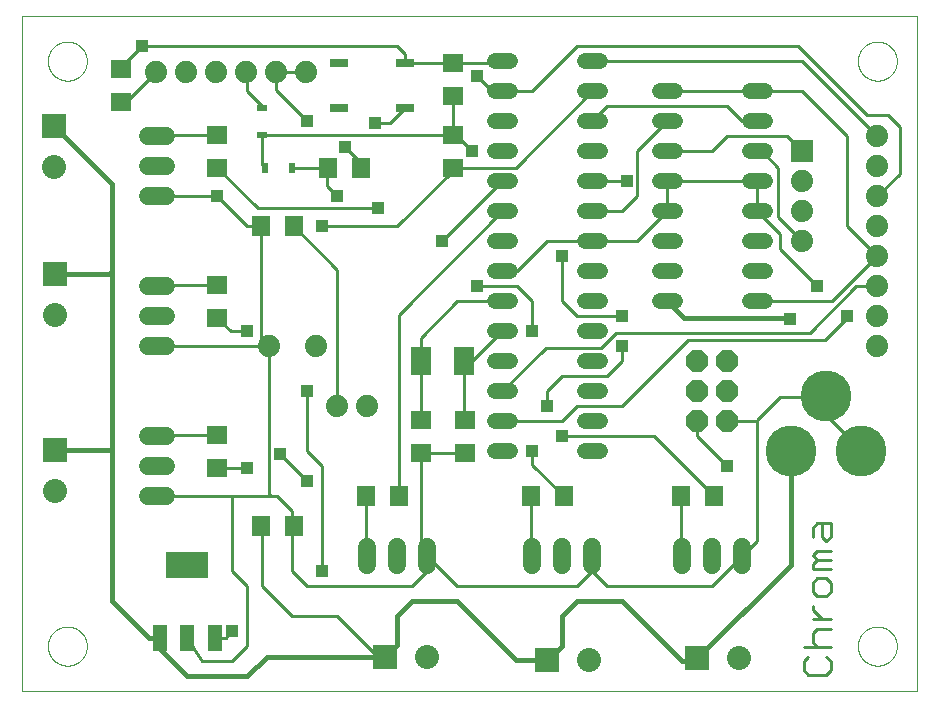
<source format=gtl>
G75*
%MOIN*%
%OFA0B0*%
%FSLAX25Y25*%
%IPPOS*%
%LPD*%
%AMOC8*
5,1,8,0,0,1.08239X$1,22.5*
%
%ADD10C,0.00000*%
%ADD11C,0.01000*%
%ADD12C,0.07400*%
%ADD13R,0.07087X0.06299*%
%ADD14R,0.06299X0.07087*%
%ADD15R,0.03268X0.02480*%
%ADD16R,0.02480X0.03268*%
%ADD17R,0.08000X0.08000*%
%ADD18C,0.08000*%
%ADD19C,0.17000*%
%ADD20R,0.07400X0.07400*%
%ADD21C,0.05200*%
%ADD22C,0.06000*%
%ADD23R,0.06000X0.03000*%
%ADD24OC8,0.07400*%
%ADD25R,0.04800X0.08800*%
%ADD26R,0.14173X0.08661*%
%ADD27R,0.06693X0.09449*%
%ADD28R,0.04356X0.04356*%
%ADD29C,0.01600*%
D10*
X0005073Y0005073D02*
X0005073Y0230034D01*
X0303274Y0230034D01*
X0303274Y0005073D01*
X0005073Y0005073D01*
X0013573Y0020073D02*
X0013575Y0020234D01*
X0013581Y0020394D01*
X0013591Y0020555D01*
X0013605Y0020715D01*
X0013623Y0020875D01*
X0013644Y0021034D01*
X0013670Y0021193D01*
X0013700Y0021351D01*
X0013733Y0021508D01*
X0013771Y0021665D01*
X0013812Y0021820D01*
X0013857Y0021974D01*
X0013906Y0022127D01*
X0013959Y0022279D01*
X0014015Y0022430D01*
X0014076Y0022579D01*
X0014139Y0022727D01*
X0014207Y0022873D01*
X0014278Y0023017D01*
X0014352Y0023159D01*
X0014430Y0023300D01*
X0014512Y0023438D01*
X0014597Y0023575D01*
X0014685Y0023709D01*
X0014777Y0023841D01*
X0014872Y0023971D01*
X0014970Y0024099D01*
X0015071Y0024224D01*
X0015175Y0024346D01*
X0015282Y0024466D01*
X0015392Y0024583D01*
X0015505Y0024698D01*
X0015621Y0024809D01*
X0015740Y0024918D01*
X0015861Y0025023D01*
X0015985Y0025126D01*
X0016111Y0025226D01*
X0016239Y0025322D01*
X0016370Y0025415D01*
X0016504Y0025505D01*
X0016639Y0025592D01*
X0016777Y0025675D01*
X0016916Y0025755D01*
X0017058Y0025831D01*
X0017201Y0025904D01*
X0017346Y0025973D01*
X0017493Y0026039D01*
X0017641Y0026101D01*
X0017791Y0026159D01*
X0017942Y0026214D01*
X0018095Y0026265D01*
X0018249Y0026312D01*
X0018404Y0026355D01*
X0018560Y0026394D01*
X0018716Y0026430D01*
X0018874Y0026461D01*
X0019032Y0026489D01*
X0019191Y0026513D01*
X0019351Y0026533D01*
X0019511Y0026549D01*
X0019671Y0026561D01*
X0019832Y0026569D01*
X0019993Y0026573D01*
X0020153Y0026573D01*
X0020314Y0026569D01*
X0020475Y0026561D01*
X0020635Y0026549D01*
X0020795Y0026533D01*
X0020955Y0026513D01*
X0021114Y0026489D01*
X0021272Y0026461D01*
X0021430Y0026430D01*
X0021586Y0026394D01*
X0021742Y0026355D01*
X0021897Y0026312D01*
X0022051Y0026265D01*
X0022204Y0026214D01*
X0022355Y0026159D01*
X0022505Y0026101D01*
X0022653Y0026039D01*
X0022800Y0025973D01*
X0022945Y0025904D01*
X0023088Y0025831D01*
X0023230Y0025755D01*
X0023369Y0025675D01*
X0023507Y0025592D01*
X0023642Y0025505D01*
X0023776Y0025415D01*
X0023907Y0025322D01*
X0024035Y0025226D01*
X0024161Y0025126D01*
X0024285Y0025023D01*
X0024406Y0024918D01*
X0024525Y0024809D01*
X0024641Y0024698D01*
X0024754Y0024583D01*
X0024864Y0024466D01*
X0024971Y0024346D01*
X0025075Y0024224D01*
X0025176Y0024099D01*
X0025274Y0023971D01*
X0025369Y0023841D01*
X0025461Y0023709D01*
X0025549Y0023575D01*
X0025634Y0023438D01*
X0025716Y0023300D01*
X0025794Y0023159D01*
X0025868Y0023017D01*
X0025939Y0022873D01*
X0026007Y0022727D01*
X0026070Y0022579D01*
X0026131Y0022430D01*
X0026187Y0022279D01*
X0026240Y0022127D01*
X0026289Y0021974D01*
X0026334Y0021820D01*
X0026375Y0021665D01*
X0026413Y0021508D01*
X0026446Y0021351D01*
X0026476Y0021193D01*
X0026502Y0021034D01*
X0026523Y0020875D01*
X0026541Y0020715D01*
X0026555Y0020555D01*
X0026565Y0020394D01*
X0026571Y0020234D01*
X0026573Y0020073D01*
X0026571Y0019912D01*
X0026565Y0019752D01*
X0026555Y0019591D01*
X0026541Y0019431D01*
X0026523Y0019271D01*
X0026502Y0019112D01*
X0026476Y0018953D01*
X0026446Y0018795D01*
X0026413Y0018638D01*
X0026375Y0018481D01*
X0026334Y0018326D01*
X0026289Y0018172D01*
X0026240Y0018019D01*
X0026187Y0017867D01*
X0026131Y0017716D01*
X0026070Y0017567D01*
X0026007Y0017419D01*
X0025939Y0017273D01*
X0025868Y0017129D01*
X0025794Y0016987D01*
X0025716Y0016846D01*
X0025634Y0016708D01*
X0025549Y0016571D01*
X0025461Y0016437D01*
X0025369Y0016305D01*
X0025274Y0016175D01*
X0025176Y0016047D01*
X0025075Y0015922D01*
X0024971Y0015800D01*
X0024864Y0015680D01*
X0024754Y0015563D01*
X0024641Y0015448D01*
X0024525Y0015337D01*
X0024406Y0015228D01*
X0024285Y0015123D01*
X0024161Y0015020D01*
X0024035Y0014920D01*
X0023907Y0014824D01*
X0023776Y0014731D01*
X0023642Y0014641D01*
X0023507Y0014554D01*
X0023369Y0014471D01*
X0023230Y0014391D01*
X0023088Y0014315D01*
X0022945Y0014242D01*
X0022800Y0014173D01*
X0022653Y0014107D01*
X0022505Y0014045D01*
X0022355Y0013987D01*
X0022204Y0013932D01*
X0022051Y0013881D01*
X0021897Y0013834D01*
X0021742Y0013791D01*
X0021586Y0013752D01*
X0021430Y0013716D01*
X0021272Y0013685D01*
X0021114Y0013657D01*
X0020955Y0013633D01*
X0020795Y0013613D01*
X0020635Y0013597D01*
X0020475Y0013585D01*
X0020314Y0013577D01*
X0020153Y0013573D01*
X0019993Y0013573D01*
X0019832Y0013577D01*
X0019671Y0013585D01*
X0019511Y0013597D01*
X0019351Y0013613D01*
X0019191Y0013633D01*
X0019032Y0013657D01*
X0018874Y0013685D01*
X0018716Y0013716D01*
X0018560Y0013752D01*
X0018404Y0013791D01*
X0018249Y0013834D01*
X0018095Y0013881D01*
X0017942Y0013932D01*
X0017791Y0013987D01*
X0017641Y0014045D01*
X0017493Y0014107D01*
X0017346Y0014173D01*
X0017201Y0014242D01*
X0017058Y0014315D01*
X0016916Y0014391D01*
X0016777Y0014471D01*
X0016639Y0014554D01*
X0016504Y0014641D01*
X0016370Y0014731D01*
X0016239Y0014824D01*
X0016111Y0014920D01*
X0015985Y0015020D01*
X0015861Y0015123D01*
X0015740Y0015228D01*
X0015621Y0015337D01*
X0015505Y0015448D01*
X0015392Y0015563D01*
X0015282Y0015680D01*
X0015175Y0015800D01*
X0015071Y0015922D01*
X0014970Y0016047D01*
X0014872Y0016175D01*
X0014777Y0016305D01*
X0014685Y0016437D01*
X0014597Y0016571D01*
X0014512Y0016708D01*
X0014430Y0016846D01*
X0014352Y0016987D01*
X0014278Y0017129D01*
X0014207Y0017273D01*
X0014139Y0017419D01*
X0014076Y0017567D01*
X0014015Y0017716D01*
X0013959Y0017867D01*
X0013906Y0018019D01*
X0013857Y0018172D01*
X0013812Y0018326D01*
X0013771Y0018481D01*
X0013733Y0018638D01*
X0013700Y0018795D01*
X0013670Y0018953D01*
X0013644Y0019112D01*
X0013623Y0019271D01*
X0013605Y0019431D01*
X0013591Y0019591D01*
X0013581Y0019752D01*
X0013575Y0019912D01*
X0013573Y0020073D01*
X0013573Y0215073D02*
X0013575Y0215234D01*
X0013581Y0215394D01*
X0013591Y0215555D01*
X0013605Y0215715D01*
X0013623Y0215875D01*
X0013644Y0216034D01*
X0013670Y0216193D01*
X0013700Y0216351D01*
X0013733Y0216508D01*
X0013771Y0216665D01*
X0013812Y0216820D01*
X0013857Y0216974D01*
X0013906Y0217127D01*
X0013959Y0217279D01*
X0014015Y0217430D01*
X0014076Y0217579D01*
X0014139Y0217727D01*
X0014207Y0217873D01*
X0014278Y0218017D01*
X0014352Y0218159D01*
X0014430Y0218300D01*
X0014512Y0218438D01*
X0014597Y0218575D01*
X0014685Y0218709D01*
X0014777Y0218841D01*
X0014872Y0218971D01*
X0014970Y0219099D01*
X0015071Y0219224D01*
X0015175Y0219346D01*
X0015282Y0219466D01*
X0015392Y0219583D01*
X0015505Y0219698D01*
X0015621Y0219809D01*
X0015740Y0219918D01*
X0015861Y0220023D01*
X0015985Y0220126D01*
X0016111Y0220226D01*
X0016239Y0220322D01*
X0016370Y0220415D01*
X0016504Y0220505D01*
X0016639Y0220592D01*
X0016777Y0220675D01*
X0016916Y0220755D01*
X0017058Y0220831D01*
X0017201Y0220904D01*
X0017346Y0220973D01*
X0017493Y0221039D01*
X0017641Y0221101D01*
X0017791Y0221159D01*
X0017942Y0221214D01*
X0018095Y0221265D01*
X0018249Y0221312D01*
X0018404Y0221355D01*
X0018560Y0221394D01*
X0018716Y0221430D01*
X0018874Y0221461D01*
X0019032Y0221489D01*
X0019191Y0221513D01*
X0019351Y0221533D01*
X0019511Y0221549D01*
X0019671Y0221561D01*
X0019832Y0221569D01*
X0019993Y0221573D01*
X0020153Y0221573D01*
X0020314Y0221569D01*
X0020475Y0221561D01*
X0020635Y0221549D01*
X0020795Y0221533D01*
X0020955Y0221513D01*
X0021114Y0221489D01*
X0021272Y0221461D01*
X0021430Y0221430D01*
X0021586Y0221394D01*
X0021742Y0221355D01*
X0021897Y0221312D01*
X0022051Y0221265D01*
X0022204Y0221214D01*
X0022355Y0221159D01*
X0022505Y0221101D01*
X0022653Y0221039D01*
X0022800Y0220973D01*
X0022945Y0220904D01*
X0023088Y0220831D01*
X0023230Y0220755D01*
X0023369Y0220675D01*
X0023507Y0220592D01*
X0023642Y0220505D01*
X0023776Y0220415D01*
X0023907Y0220322D01*
X0024035Y0220226D01*
X0024161Y0220126D01*
X0024285Y0220023D01*
X0024406Y0219918D01*
X0024525Y0219809D01*
X0024641Y0219698D01*
X0024754Y0219583D01*
X0024864Y0219466D01*
X0024971Y0219346D01*
X0025075Y0219224D01*
X0025176Y0219099D01*
X0025274Y0218971D01*
X0025369Y0218841D01*
X0025461Y0218709D01*
X0025549Y0218575D01*
X0025634Y0218438D01*
X0025716Y0218300D01*
X0025794Y0218159D01*
X0025868Y0218017D01*
X0025939Y0217873D01*
X0026007Y0217727D01*
X0026070Y0217579D01*
X0026131Y0217430D01*
X0026187Y0217279D01*
X0026240Y0217127D01*
X0026289Y0216974D01*
X0026334Y0216820D01*
X0026375Y0216665D01*
X0026413Y0216508D01*
X0026446Y0216351D01*
X0026476Y0216193D01*
X0026502Y0216034D01*
X0026523Y0215875D01*
X0026541Y0215715D01*
X0026555Y0215555D01*
X0026565Y0215394D01*
X0026571Y0215234D01*
X0026573Y0215073D01*
X0026571Y0214912D01*
X0026565Y0214752D01*
X0026555Y0214591D01*
X0026541Y0214431D01*
X0026523Y0214271D01*
X0026502Y0214112D01*
X0026476Y0213953D01*
X0026446Y0213795D01*
X0026413Y0213638D01*
X0026375Y0213481D01*
X0026334Y0213326D01*
X0026289Y0213172D01*
X0026240Y0213019D01*
X0026187Y0212867D01*
X0026131Y0212716D01*
X0026070Y0212567D01*
X0026007Y0212419D01*
X0025939Y0212273D01*
X0025868Y0212129D01*
X0025794Y0211987D01*
X0025716Y0211846D01*
X0025634Y0211708D01*
X0025549Y0211571D01*
X0025461Y0211437D01*
X0025369Y0211305D01*
X0025274Y0211175D01*
X0025176Y0211047D01*
X0025075Y0210922D01*
X0024971Y0210800D01*
X0024864Y0210680D01*
X0024754Y0210563D01*
X0024641Y0210448D01*
X0024525Y0210337D01*
X0024406Y0210228D01*
X0024285Y0210123D01*
X0024161Y0210020D01*
X0024035Y0209920D01*
X0023907Y0209824D01*
X0023776Y0209731D01*
X0023642Y0209641D01*
X0023507Y0209554D01*
X0023369Y0209471D01*
X0023230Y0209391D01*
X0023088Y0209315D01*
X0022945Y0209242D01*
X0022800Y0209173D01*
X0022653Y0209107D01*
X0022505Y0209045D01*
X0022355Y0208987D01*
X0022204Y0208932D01*
X0022051Y0208881D01*
X0021897Y0208834D01*
X0021742Y0208791D01*
X0021586Y0208752D01*
X0021430Y0208716D01*
X0021272Y0208685D01*
X0021114Y0208657D01*
X0020955Y0208633D01*
X0020795Y0208613D01*
X0020635Y0208597D01*
X0020475Y0208585D01*
X0020314Y0208577D01*
X0020153Y0208573D01*
X0019993Y0208573D01*
X0019832Y0208577D01*
X0019671Y0208585D01*
X0019511Y0208597D01*
X0019351Y0208613D01*
X0019191Y0208633D01*
X0019032Y0208657D01*
X0018874Y0208685D01*
X0018716Y0208716D01*
X0018560Y0208752D01*
X0018404Y0208791D01*
X0018249Y0208834D01*
X0018095Y0208881D01*
X0017942Y0208932D01*
X0017791Y0208987D01*
X0017641Y0209045D01*
X0017493Y0209107D01*
X0017346Y0209173D01*
X0017201Y0209242D01*
X0017058Y0209315D01*
X0016916Y0209391D01*
X0016777Y0209471D01*
X0016639Y0209554D01*
X0016504Y0209641D01*
X0016370Y0209731D01*
X0016239Y0209824D01*
X0016111Y0209920D01*
X0015985Y0210020D01*
X0015861Y0210123D01*
X0015740Y0210228D01*
X0015621Y0210337D01*
X0015505Y0210448D01*
X0015392Y0210563D01*
X0015282Y0210680D01*
X0015175Y0210800D01*
X0015071Y0210922D01*
X0014970Y0211047D01*
X0014872Y0211175D01*
X0014777Y0211305D01*
X0014685Y0211437D01*
X0014597Y0211571D01*
X0014512Y0211708D01*
X0014430Y0211846D01*
X0014352Y0211987D01*
X0014278Y0212129D01*
X0014207Y0212273D01*
X0014139Y0212419D01*
X0014076Y0212567D01*
X0014015Y0212716D01*
X0013959Y0212867D01*
X0013906Y0213019D01*
X0013857Y0213172D01*
X0013812Y0213326D01*
X0013771Y0213481D01*
X0013733Y0213638D01*
X0013700Y0213795D01*
X0013670Y0213953D01*
X0013644Y0214112D01*
X0013623Y0214271D01*
X0013605Y0214431D01*
X0013591Y0214591D01*
X0013581Y0214752D01*
X0013575Y0214912D01*
X0013573Y0215073D01*
X0283573Y0215073D02*
X0283575Y0215234D01*
X0283581Y0215394D01*
X0283591Y0215555D01*
X0283605Y0215715D01*
X0283623Y0215875D01*
X0283644Y0216034D01*
X0283670Y0216193D01*
X0283700Y0216351D01*
X0283733Y0216508D01*
X0283771Y0216665D01*
X0283812Y0216820D01*
X0283857Y0216974D01*
X0283906Y0217127D01*
X0283959Y0217279D01*
X0284015Y0217430D01*
X0284076Y0217579D01*
X0284139Y0217727D01*
X0284207Y0217873D01*
X0284278Y0218017D01*
X0284352Y0218159D01*
X0284430Y0218300D01*
X0284512Y0218438D01*
X0284597Y0218575D01*
X0284685Y0218709D01*
X0284777Y0218841D01*
X0284872Y0218971D01*
X0284970Y0219099D01*
X0285071Y0219224D01*
X0285175Y0219346D01*
X0285282Y0219466D01*
X0285392Y0219583D01*
X0285505Y0219698D01*
X0285621Y0219809D01*
X0285740Y0219918D01*
X0285861Y0220023D01*
X0285985Y0220126D01*
X0286111Y0220226D01*
X0286239Y0220322D01*
X0286370Y0220415D01*
X0286504Y0220505D01*
X0286639Y0220592D01*
X0286777Y0220675D01*
X0286916Y0220755D01*
X0287058Y0220831D01*
X0287201Y0220904D01*
X0287346Y0220973D01*
X0287493Y0221039D01*
X0287641Y0221101D01*
X0287791Y0221159D01*
X0287942Y0221214D01*
X0288095Y0221265D01*
X0288249Y0221312D01*
X0288404Y0221355D01*
X0288560Y0221394D01*
X0288716Y0221430D01*
X0288874Y0221461D01*
X0289032Y0221489D01*
X0289191Y0221513D01*
X0289351Y0221533D01*
X0289511Y0221549D01*
X0289671Y0221561D01*
X0289832Y0221569D01*
X0289993Y0221573D01*
X0290153Y0221573D01*
X0290314Y0221569D01*
X0290475Y0221561D01*
X0290635Y0221549D01*
X0290795Y0221533D01*
X0290955Y0221513D01*
X0291114Y0221489D01*
X0291272Y0221461D01*
X0291430Y0221430D01*
X0291586Y0221394D01*
X0291742Y0221355D01*
X0291897Y0221312D01*
X0292051Y0221265D01*
X0292204Y0221214D01*
X0292355Y0221159D01*
X0292505Y0221101D01*
X0292653Y0221039D01*
X0292800Y0220973D01*
X0292945Y0220904D01*
X0293088Y0220831D01*
X0293230Y0220755D01*
X0293369Y0220675D01*
X0293507Y0220592D01*
X0293642Y0220505D01*
X0293776Y0220415D01*
X0293907Y0220322D01*
X0294035Y0220226D01*
X0294161Y0220126D01*
X0294285Y0220023D01*
X0294406Y0219918D01*
X0294525Y0219809D01*
X0294641Y0219698D01*
X0294754Y0219583D01*
X0294864Y0219466D01*
X0294971Y0219346D01*
X0295075Y0219224D01*
X0295176Y0219099D01*
X0295274Y0218971D01*
X0295369Y0218841D01*
X0295461Y0218709D01*
X0295549Y0218575D01*
X0295634Y0218438D01*
X0295716Y0218300D01*
X0295794Y0218159D01*
X0295868Y0218017D01*
X0295939Y0217873D01*
X0296007Y0217727D01*
X0296070Y0217579D01*
X0296131Y0217430D01*
X0296187Y0217279D01*
X0296240Y0217127D01*
X0296289Y0216974D01*
X0296334Y0216820D01*
X0296375Y0216665D01*
X0296413Y0216508D01*
X0296446Y0216351D01*
X0296476Y0216193D01*
X0296502Y0216034D01*
X0296523Y0215875D01*
X0296541Y0215715D01*
X0296555Y0215555D01*
X0296565Y0215394D01*
X0296571Y0215234D01*
X0296573Y0215073D01*
X0296571Y0214912D01*
X0296565Y0214752D01*
X0296555Y0214591D01*
X0296541Y0214431D01*
X0296523Y0214271D01*
X0296502Y0214112D01*
X0296476Y0213953D01*
X0296446Y0213795D01*
X0296413Y0213638D01*
X0296375Y0213481D01*
X0296334Y0213326D01*
X0296289Y0213172D01*
X0296240Y0213019D01*
X0296187Y0212867D01*
X0296131Y0212716D01*
X0296070Y0212567D01*
X0296007Y0212419D01*
X0295939Y0212273D01*
X0295868Y0212129D01*
X0295794Y0211987D01*
X0295716Y0211846D01*
X0295634Y0211708D01*
X0295549Y0211571D01*
X0295461Y0211437D01*
X0295369Y0211305D01*
X0295274Y0211175D01*
X0295176Y0211047D01*
X0295075Y0210922D01*
X0294971Y0210800D01*
X0294864Y0210680D01*
X0294754Y0210563D01*
X0294641Y0210448D01*
X0294525Y0210337D01*
X0294406Y0210228D01*
X0294285Y0210123D01*
X0294161Y0210020D01*
X0294035Y0209920D01*
X0293907Y0209824D01*
X0293776Y0209731D01*
X0293642Y0209641D01*
X0293507Y0209554D01*
X0293369Y0209471D01*
X0293230Y0209391D01*
X0293088Y0209315D01*
X0292945Y0209242D01*
X0292800Y0209173D01*
X0292653Y0209107D01*
X0292505Y0209045D01*
X0292355Y0208987D01*
X0292204Y0208932D01*
X0292051Y0208881D01*
X0291897Y0208834D01*
X0291742Y0208791D01*
X0291586Y0208752D01*
X0291430Y0208716D01*
X0291272Y0208685D01*
X0291114Y0208657D01*
X0290955Y0208633D01*
X0290795Y0208613D01*
X0290635Y0208597D01*
X0290475Y0208585D01*
X0290314Y0208577D01*
X0290153Y0208573D01*
X0289993Y0208573D01*
X0289832Y0208577D01*
X0289671Y0208585D01*
X0289511Y0208597D01*
X0289351Y0208613D01*
X0289191Y0208633D01*
X0289032Y0208657D01*
X0288874Y0208685D01*
X0288716Y0208716D01*
X0288560Y0208752D01*
X0288404Y0208791D01*
X0288249Y0208834D01*
X0288095Y0208881D01*
X0287942Y0208932D01*
X0287791Y0208987D01*
X0287641Y0209045D01*
X0287493Y0209107D01*
X0287346Y0209173D01*
X0287201Y0209242D01*
X0287058Y0209315D01*
X0286916Y0209391D01*
X0286777Y0209471D01*
X0286639Y0209554D01*
X0286504Y0209641D01*
X0286370Y0209731D01*
X0286239Y0209824D01*
X0286111Y0209920D01*
X0285985Y0210020D01*
X0285861Y0210123D01*
X0285740Y0210228D01*
X0285621Y0210337D01*
X0285505Y0210448D01*
X0285392Y0210563D01*
X0285282Y0210680D01*
X0285175Y0210800D01*
X0285071Y0210922D01*
X0284970Y0211047D01*
X0284872Y0211175D01*
X0284777Y0211305D01*
X0284685Y0211437D01*
X0284597Y0211571D01*
X0284512Y0211708D01*
X0284430Y0211846D01*
X0284352Y0211987D01*
X0284278Y0212129D01*
X0284207Y0212273D01*
X0284139Y0212419D01*
X0284076Y0212567D01*
X0284015Y0212716D01*
X0283959Y0212867D01*
X0283906Y0213019D01*
X0283857Y0213172D01*
X0283812Y0213326D01*
X0283771Y0213481D01*
X0283733Y0213638D01*
X0283700Y0213795D01*
X0283670Y0213953D01*
X0283644Y0214112D01*
X0283623Y0214271D01*
X0283605Y0214431D01*
X0283591Y0214591D01*
X0283581Y0214752D01*
X0283575Y0214912D01*
X0283573Y0215073D01*
X0283573Y0020073D02*
X0283575Y0020234D01*
X0283581Y0020394D01*
X0283591Y0020555D01*
X0283605Y0020715D01*
X0283623Y0020875D01*
X0283644Y0021034D01*
X0283670Y0021193D01*
X0283700Y0021351D01*
X0283733Y0021508D01*
X0283771Y0021665D01*
X0283812Y0021820D01*
X0283857Y0021974D01*
X0283906Y0022127D01*
X0283959Y0022279D01*
X0284015Y0022430D01*
X0284076Y0022579D01*
X0284139Y0022727D01*
X0284207Y0022873D01*
X0284278Y0023017D01*
X0284352Y0023159D01*
X0284430Y0023300D01*
X0284512Y0023438D01*
X0284597Y0023575D01*
X0284685Y0023709D01*
X0284777Y0023841D01*
X0284872Y0023971D01*
X0284970Y0024099D01*
X0285071Y0024224D01*
X0285175Y0024346D01*
X0285282Y0024466D01*
X0285392Y0024583D01*
X0285505Y0024698D01*
X0285621Y0024809D01*
X0285740Y0024918D01*
X0285861Y0025023D01*
X0285985Y0025126D01*
X0286111Y0025226D01*
X0286239Y0025322D01*
X0286370Y0025415D01*
X0286504Y0025505D01*
X0286639Y0025592D01*
X0286777Y0025675D01*
X0286916Y0025755D01*
X0287058Y0025831D01*
X0287201Y0025904D01*
X0287346Y0025973D01*
X0287493Y0026039D01*
X0287641Y0026101D01*
X0287791Y0026159D01*
X0287942Y0026214D01*
X0288095Y0026265D01*
X0288249Y0026312D01*
X0288404Y0026355D01*
X0288560Y0026394D01*
X0288716Y0026430D01*
X0288874Y0026461D01*
X0289032Y0026489D01*
X0289191Y0026513D01*
X0289351Y0026533D01*
X0289511Y0026549D01*
X0289671Y0026561D01*
X0289832Y0026569D01*
X0289993Y0026573D01*
X0290153Y0026573D01*
X0290314Y0026569D01*
X0290475Y0026561D01*
X0290635Y0026549D01*
X0290795Y0026533D01*
X0290955Y0026513D01*
X0291114Y0026489D01*
X0291272Y0026461D01*
X0291430Y0026430D01*
X0291586Y0026394D01*
X0291742Y0026355D01*
X0291897Y0026312D01*
X0292051Y0026265D01*
X0292204Y0026214D01*
X0292355Y0026159D01*
X0292505Y0026101D01*
X0292653Y0026039D01*
X0292800Y0025973D01*
X0292945Y0025904D01*
X0293088Y0025831D01*
X0293230Y0025755D01*
X0293369Y0025675D01*
X0293507Y0025592D01*
X0293642Y0025505D01*
X0293776Y0025415D01*
X0293907Y0025322D01*
X0294035Y0025226D01*
X0294161Y0025126D01*
X0294285Y0025023D01*
X0294406Y0024918D01*
X0294525Y0024809D01*
X0294641Y0024698D01*
X0294754Y0024583D01*
X0294864Y0024466D01*
X0294971Y0024346D01*
X0295075Y0024224D01*
X0295176Y0024099D01*
X0295274Y0023971D01*
X0295369Y0023841D01*
X0295461Y0023709D01*
X0295549Y0023575D01*
X0295634Y0023438D01*
X0295716Y0023300D01*
X0295794Y0023159D01*
X0295868Y0023017D01*
X0295939Y0022873D01*
X0296007Y0022727D01*
X0296070Y0022579D01*
X0296131Y0022430D01*
X0296187Y0022279D01*
X0296240Y0022127D01*
X0296289Y0021974D01*
X0296334Y0021820D01*
X0296375Y0021665D01*
X0296413Y0021508D01*
X0296446Y0021351D01*
X0296476Y0021193D01*
X0296502Y0021034D01*
X0296523Y0020875D01*
X0296541Y0020715D01*
X0296555Y0020555D01*
X0296565Y0020394D01*
X0296571Y0020234D01*
X0296573Y0020073D01*
X0296571Y0019912D01*
X0296565Y0019752D01*
X0296555Y0019591D01*
X0296541Y0019431D01*
X0296523Y0019271D01*
X0296502Y0019112D01*
X0296476Y0018953D01*
X0296446Y0018795D01*
X0296413Y0018638D01*
X0296375Y0018481D01*
X0296334Y0018326D01*
X0296289Y0018172D01*
X0296240Y0018019D01*
X0296187Y0017867D01*
X0296131Y0017716D01*
X0296070Y0017567D01*
X0296007Y0017419D01*
X0295939Y0017273D01*
X0295868Y0017129D01*
X0295794Y0016987D01*
X0295716Y0016846D01*
X0295634Y0016708D01*
X0295549Y0016571D01*
X0295461Y0016437D01*
X0295369Y0016305D01*
X0295274Y0016175D01*
X0295176Y0016047D01*
X0295075Y0015922D01*
X0294971Y0015800D01*
X0294864Y0015680D01*
X0294754Y0015563D01*
X0294641Y0015448D01*
X0294525Y0015337D01*
X0294406Y0015228D01*
X0294285Y0015123D01*
X0294161Y0015020D01*
X0294035Y0014920D01*
X0293907Y0014824D01*
X0293776Y0014731D01*
X0293642Y0014641D01*
X0293507Y0014554D01*
X0293369Y0014471D01*
X0293230Y0014391D01*
X0293088Y0014315D01*
X0292945Y0014242D01*
X0292800Y0014173D01*
X0292653Y0014107D01*
X0292505Y0014045D01*
X0292355Y0013987D01*
X0292204Y0013932D01*
X0292051Y0013881D01*
X0291897Y0013834D01*
X0291742Y0013791D01*
X0291586Y0013752D01*
X0291430Y0013716D01*
X0291272Y0013685D01*
X0291114Y0013657D01*
X0290955Y0013633D01*
X0290795Y0013613D01*
X0290635Y0013597D01*
X0290475Y0013585D01*
X0290314Y0013577D01*
X0290153Y0013573D01*
X0289993Y0013573D01*
X0289832Y0013577D01*
X0289671Y0013585D01*
X0289511Y0013597D01*
X0289351Y0013613D01*
X0289191Y0013633D01*
X0289032Y0013657D01*
X0288874Y0013685D01*
X0288716Y0013716D01*
X0288560Y0013752D01*
X0288404Y0013791D01*
X0288249Y0013834D01*
X0288095Y0013881D01*
X0287942Y0013932D01*
X0287791Y0013987D01*
X0287641Y0014045D01*
X0287493Y0014107D01*
X0287346Y0014173D01*
X0287201Y0014242D01*
X0287058Y0014315D01*
X0286916Y0014391D01*
X0286777Y0014471D01*
X0286639Y0014554D01*
X0286504Y0014641D01*
X0286370Y0014731D01*
X0286239Y0014824D01*
X0286111Y0014920D01*
X0285985Y0015020D01*
X0285861Y0015123D01*
X0285740Y0015228D01*
X0285621Y0015337D01*
X0285505Y0015448D01*
X0285392Y0015563D01*
X0285282Y0015680D01*
X0285175Y0015800D01*
X0285071Y0015922D01*
X0284970Y0016047D01*
X0284872Y0016175D01*
X0284777Y0016305D01*
X0284685Y0016437D01*
X0284597Y0016571D01*
X0284512Y0016708D01*
X0284430Y0016846D01*
X0284352Y0016987D01*
X0284278Y0017129D01*
X0284207Y0017273D01*
X0284139Y0017419D01*
X0284076Y0017567D01*
X0284015Y0017716D01*
X0283959Y0017867D01*
X0283906Y0018019D01*
X0283857Y0018172D01*
X0283812Y0018326D01*
X0283771Y0018481D01*
X0283733Y0018638D01*
X0283700Y0018795D01*
X0283670Y0018953D01*
X0283644Y0019112D01*
X0283623Y0019271D01*
X0283605Y0019431D01*
X0283591Y0019591D01*
X0283581Y0019752D01*
X0283575Y0019912D01*
X0283573Y0020073D01*
D11*
X0274573Y0019781D02*
X0265566Y0019781D01*
X0268568Y0021282D02*
X0268568Y0024285D01*
X0270069Y0025786D01*
X0274573Y0025786D01*
X0274573Y0028989D02*
X0268568Y0028989D01*
X0268568Y0031992D02*
X0268568Y0033493D01*
X0268568Y0031992D02*
X0271571Y0028989D01*
X0270069Y0036662D02*
X0273072Y0036662D01*
X0274573Y0038163D01*
X0274573Y0041166D01*
X0273072Y0042667D01*
X0270069Y0042667D01*
X0268568Y0041166D01*
X0268568Y0038163D01*
X0270069Y0036662D01*
X0268568Y0045870D02*
X0268568Y0047371D01*
X0270069Y0048873D01*
X0268568Y0050374D01*
X0270069Y0051875D01*
X0274573Y0051875D01*
X0274573Y0048873D02*
X0270069Y0048873D01*
X0268568Y0045870D02*
X0274573Y0045870D01*
X0273072Y0055078D02*
X0271571Y0056579D01*
X0271571Y0061083D01*
X0270069Y0061083D02*
X0274573Y0061083D01*
X0274573Y0056579D01*
X0273072Y0055078D01*
X0268568Y0056579D02*
X0268568Y0059582D01*
X0270069Y0061083D01*
X0250073Y0055073D02*
X0250073Y0095073D01*
X0250073Y0095573D01*
X0257573Y0103073D01*
X0272947Y0103073D01*
X0272947Y0103577D01*
X0272947Y0097199D01*
X0285073Y0085073D01*
X0284758Y0085073D01*
X0250073Y0095073D02*
X0240073Y0095073D01*
X0230073Y0095073D02*
X0230073Y0090073D01*
X0240073Y0080073D01*
X0235585Y0070073D02*
X0215585Y0090073D01*
X0185073Y0090073D01*
X0185073Y0095073D02*
X0165073Y0095073D01*
X0165073Y0105073D02*
X0179573Y0119573D01*
X0198073Y0119573D01*
X0203073Y0124573D01*
X0267573Y0124573D01*
X0283073Y0140073D01*
X0290073Y0140073D01*
X0290073Y0150073D02*
X0275073Y0135073D01*
X0250073Y0135073D01*
X0257573Y0152573D02*
X0270073Y0140073D01*
X0280073Y0130073D02*
X0280073Y0129573D01*
X0272573Y0122073D01*
X0227073Y0122073D01*
X0205073Y0100073D01*
X0190073Y0100073D01*
X0185073Y0095073D01*
X0180073Y0100073D02*
X0180073Y0105073D01*
X0185073Y0110073D01*
X0200073Y0110073D01*
X0205073Y0115073D01*
X0205073Y0120073D01*
X0205073Y0130073D02*
X0190073Y0130073D01*
X0185073Y0135073D01*
X0185073Y0150073D01*
X0180073Y0155073D02*
X0170073Y0145073D01*
X0165073Y0145073D01*
X0170073Y0140073D02*
X0175073Y0135073D01*
X0175073Y0125073D01*
X0165073Y0125073D02*
X0155073Y0115073D01*
X0152357Y0115073D01*
X0152357Y0095802D01*
X0152573Y0095585D01*
X0138073Y0095585D02*
X0137790Y0095869D01*
X0137790Y0115073D01*
X0137790Y0122790D01*
X0150073Y0135073D01*
X0165073Y0135073D01*
X0170073Y0140073D02*
X0156573Y0140073D01*
X0145073Y0155073D02*
X0165073Y0175073D01*
X0169561Y0179561D02*
X0195073Y0205073D01*
X0200073Y0200073D02*
X0195073Y0195073D01*
X0200073Y0200073D02*
X0240073Y0200073D01*
X0245073Y0195073D01*
X0250073Y0195073D01*
X0240073Y0190073D02*
X0260073Y0190073D01*
X0265073Y0185073D01*
X0257073Y0179573D02*
X0257073Y0163073D01*
X0265073Y0155073D01*
X0257573Y0157573D02*
X0257573Y0152573D01*
X0257573Y0157573D02*
X0250073Y0165073D01*
X0250073Y0175073D01*
X0220073Y0175073D01*
X0220073Y0165073D01*
X0210073Y0155073D01*
X0195073Y0155073D01*
X0180073Y0155073D01*
X0195073Y0165073D02*
X0205073Y0165073D01*
X0210073Y0170073D01*
X0210073Y0185073D01*
X0220073Y0195073D01*
X0220073Y0185073D02*
X0235073Y0185073D01*
X0240073Y0190073D01*
X0250073Y0185073D02*
X0251573Y0185073D01*
X0257073Y0179573D01*
X0280073Y0190073D02*
X0280073Y0160073D01*
X0290073Y0150073D01*
X0290073Y0170073D02*
X0297573Y0177573D01*
X0297573Y0193073D01*
X0293573Y0197073D01*
X0286573Y0197073D01*
X0263573Y0220073D01*
X0190073Y0220073D01*
X0175073Y0205073D01*
X0165073Y0205073D01*
X0161573Y0205073D01*
X0156573Y0210073D01*
X0148573Y0214585D02*
X0148561Y0214573D01*
X0132573Y0214573D01*
X0132573Y0217573D01*
X0130073Y0220073D01*
X0045073Y0220073D01*
X0038073Y0213073D01*
X0038073Y0212585D01*
X0039561Y0201561D02*
X0049573Y0211573D01*
X0039561Y0201561D02*
X0038073Y0201561D01*
X0050073Y0190073D02*
X0050585Y0190585D01*
X0070073Y0190585D01*
X0070085Y0179561D02*
X0083573Y0166073D01*
X0123573Y0166073D01*
X0123073Y0166573D01*
X0130073Y0160073D02*
X0105073Y0160073D01*
X0095585Y0160073D02*
X0110073Y0145585D01*
X0110073Y0100073D01*
X0100073Y0105073D02*
X0100073Y0085073D01*
X0105073Y0080073D01*
X0105073Y0045073D01*
X0100073Y0040073D02*
X0095073Y0045073D01*
X0095073Y0059561D01*
X0095073Y0065073D01*
X0090073Y0070073D01*
X0088073Y0070073D01*
X0087199Y0070947D01*
X0087199Y0120073D01*
X0084561Y0122711D01*
X0084561Y0160073D01*
X0080073Y0160073D01*
X0070073Y0170073D01*
X0050073Y0170073D01*
X0070073Y0179561D02*
X0070085Y0179561D01*
X0085073Y0180546D02*
X0085073Y0190546D01*
X0148534Y0190546D01*
X0148573Y0190585D01*
X0149085Y0190073D01*
X0150073Y0190073D01*
X0155073Y0185073D01*
X0148573Y0190585D02*
X0148573Y0203561D01*
X0148573Y0214585D02*
X0164585Y0214585D01*
X0165073Y0215073D01*
X0195073Y0215073D02*
X0265073Y0215073D01*
X0290073Y0190073D01*
X0280073Y0190073D02*
X0265073Y0205073D01*
X0250073Y0205073D01*
X0220073Y0205073D01*
X0206573Y0175073D02*
X0195073Y0175073D01*
X0169561Y0179561D02*
X0148573Y0179561D01*
X0148573Y0178573D01*
X0130073Y0160073D01*
X0110073Y0170073D02*
X0106561Y0173585D01*
X0107061Y0179573D01*
X0095101Y0179573D01*
X0086046Y0179573D02*
X0085073Y0180546D01*
X0100073Y0195073D02*
X0089573Y0205573D01*
X0089573Y0211573D01*
X0099573Y0211573D01*
X0085073Y0200073D02*
X0080073Y0205073D01*
X0080073Y0211073D01*
X0079573Y0211573D01*
X0085073Y0200073D02*
X0085073Y0199601D01*
X0112573Y0186573D02*
X0117585Y0181561D01*
X0118085Y0179573D01*
X0122573Y0194573D02*
X0127573Y0194573D01*
X0132573Y0199573D01*
X0165073Y0165073D02*
X0130585Y0130585D01*
X0130585Y0070073D01*
X0119561Y0070073D02*
X0119561Y0050585D01*
X0120073Y0050073D01*
X0135073Y0040073D02*
X0100073Y0040073D01*
X0095073Y0030073D02*
X0085073Y0040073D01*
X0085073Y0059561D01*
X0084561Y0060073D01*
X0095073Y0059561D02*
X0095585Y0060073D01*
X0088073Y0070073D02*
X0075073Y0070073D01*
X0050073Y0070073D01*
X0070073Y0079561D02*
X0070085Y0079573D01*
X0080073Y0079573D01*
X0091073Y0084073D02*
X0100073Y0075073D01*
X0075073Y0070073D02*
X0075073Y0045073D01*
X0080073Y0040073D01*
X0080073Y0020073D01*
X0075073Y0015073D01*
X0065073Y0015073D01*
X0060073Y0022873D01*
X0069173Y0022873D02*
X0072873Y0022873D01*
X0075073Y0025073D01*
X0095073Y0030073D02*
X0110073Y0030073D01*
X0123573Y0016573D01*
X0126073Y0016573D01*
X0135073Y0040073D02*
X0140073Y0045073D01*
X0140073Y0050073D01*
X0150073Y0040073D01*
X0190073Y0040073D01*
X0195073Y0045073D01*
X0200073Y0040073D01*
X0235073Y0040073D01*
X0245073Y0050073D01*
X0250073Y0055073D01*
X0225073Y0050073D02*
X0224561Y0050585D01*
X0224561Y0070073D01*
X0195073Y0050073D02*
X0195073Y0045073D01*
X0175073Y0050073D02*
X0174561Y0050585D01*
X0174561Y0070073D01*
X0175073Y0080585D02*
X0185585Y0070073D01*
X0175073Y0080585D02*
X0175073Y0085073D01*
X0152573Y0084561D02*
X0138073Y0084561D01*
X0138073Y0052073D01*
X0140073Y0050073D01*
X0070073Y0090585D02*
X0050585Y0090585D01*
X0050073Y0090073D01*
X0050073Y0120073D02*
X0087199Y0120073D01*
X0085073Y0120073D01*
X0080073Y0125073D02*
X0074561Y0125073D01*
X0070073Y0129561D01*
X0070073Y0140585D02*
X0050585Y0140585D01*
X0050073Y0140073D01*
X0265566Y0015077D02*
X0265566Y0012075D01*
X0267067Y0010573D01*
X0273072Y0010573D01*
X0274573Y0012075D01*
X0274573Y0015077D01*
X0273072Y0016578D01*
X0270069Y0019781D02*
X0268568Y0021282D01*
X0267067Y0016578D02*
X0265566Y0015077D01*
D12*
X0290073Y0120073D03*
X0290073Y0130073D03*
X0290073Y0140073D03*
X0290073Y0150073D03*
X0290073Y0160073D03*
X0290073Y0170073D03*
X0290073Y0180073D03*
X0290073Y0190073D03*
X0265073Y0175073D03*
X0265073Y0165073D03*
X0265073Y0155073D03*
X0120073Y0100073D03*
X0110073Y0100073D03*
X0102947Y0120073D03*
X0087199Y0120073D03*
X0089573Y0211573D03*
X0079573Y0211573D03*
X0069573Y0211573D03*
X0059573Y0211573D03*
X0049573Y0211573D03*
X0099573Y0211573D03*
D13*
X0070073Y0190585D03*
X0070073Y0179561D03*
X0038073Y0201561D03*
X0038073Y0212585D03*
X0070073Y0140585D03*
X0070073Y0129561D03*
X0070073Y0090585D03*
X0070073Y0079561D03*
X0138073Y0084561D03*
X0152573Y0084561D03*
X0152573Y0095585D03*
X0138073Y0095585D03*
X0148573Y0179561D03*
X0148573Y0190585D03*
X0148573Y0203561D03*
X0148573Y0214585D03*
D14*
X0118085Y0179573D03*
X0107061Y0179573D03*
X0095585Y0160073D03*
X0084561Y0160073D03*
X0119561Y0070073D03*
X0130585Y0070073D03*
X0095585Y0060073D03*
X0084561Y0060073D03*
X0174561Y0070073D03*
X0185585Y0070073D03*
X0224561Y0070073D03*
X0235585Y0070073D03*
D15*
X0085073Y0190546D03*
X0085073Y0199601D03*
D16*
X0086046Y0179573D03*
X0095101Y0179573D03*
D17*
X0016073Y0144073D03*
X0015573Y0193573D03*
X0016073Y0085573D03*
X0126073Y0016573D03*
X0180073Y0015573D03*
X0230073Y0016073D03*
D18*
X0243853Y0016073D03*
X0193853Y0015573D03*
X0139853Y0016573D03*
X0016073Y0071794D03*
X0016073Y0130294D03*
X0015573Y0179794D03*
D19*
X0261136Y0085073D03*
X0284758Y0085073D03*
X0272947Y0103577D03*
D20*
X0265073Y0185073D03*
D21*
X0252673Y0185073D02*
X0247473Y0185073D01*
X0247473Y0195073D02*
X0252673Y0195073D01*
X0252673Y0205073D02*
X0247473Y0205073D01*
X0222673Y0205073D02*
X0217473Y0205073D01*
X0217473Y0195073D02*
X0222673Y0195073D01*
X0222673Y0185073D02*
X0217473Y0185073D01*
X0217473Y0175073D02*
X0222673Y0175073D01*
X0222673Y0165073D02*
X0217473Y0165073D01*
X0217473Y0155073D02*
X0222673Y0155073D01*
X0222673Y0145073D02*
X0217473Y0145073D01*
X0217473Y0135073D02*
X0222673Y0135073D01*
X0247473Y0135073D02*
X0252673Y0135073D01*
X0252673Y0145073D02*
X0247473Y0145073D01*
X0247473Y0155073D02*
X0252673Y0155073D01*
X0252673Y0165073D02*
X0247473Y0165073D01*
X0247473Y0175073D02*
X0252673Y0175073D01*
X0197673Y0175073D02*
X0192473Y0175073D01*
X0192473Y0165073D02*
X0197673Y0165073D01*
X0197673Y0155073D02*
X0192473Y0155073D01*
X0192473Y0145073D02*
X0197673Y0145073D01*
X0197673Y0135073D02*
X0192473Y0135073D01*
X0192473Y0125073D02*
X0197673Y0125073D01*
X0197673Y0115073D02*
X0192473Y0115073D01*
X0192473Y0105073D02*
X0197673Y0105073D01*
X0197673Y0095073D02*
X0192473Y0095073D01*
X0192473Y0085073D02*
X0197673Y0085073D01*
X0167673Y0085073D02*
X0162473Y0085073D01*
X0162473Y0095073D02*
X0167673Y0095073D01*
X0167673Y0105073D02*
X0162473Y0105073D01*
X0162473Y0115073D02*
X0167673Y0115073D01*
X0167673Y0125073D02*
X0162473Y0125073D01*
X0162473Y0135073D02*
X0167673Y0135073D01*
X0167673Y0145073D02*
X0162473Y0145073D01*
X0162473Y0155073D02*
X0167673Y0155073D01*
X0167673Y0165073D02*
X0162473Y0165073D01*
X0162473Y0175073D02*
X0167673Y0175073D01*
X0167673Y0185073D02*
X0162473Y0185073D01*
X0162473Y0195073D02*
X0167673Y0195073D01*
X0167673Y0205073D02*
X0162473Y0205073D01*
X0162473Y0215073D02*
X0167673Y0215073D01*
X0192473Y0215073D02*
X0197673Y0215073D01*
X0197673Y0205073D02*
X0192473Y0205073D01*
X0192473Y0195073D02*
X0197673Y0195073D01*
X0197673Y0185073D02*
X0192473Y0185073D01*
D22*
X0053073Y0180073D02*
X0047073Y0180073D01*
X0047073Y0170073D02*
X0053073Y0170073D01*
X0053073Y0190073D02*
X0047073Y0190073D01*
X0047073Y0140073D02*
X0053073Y0140073D01*
X0053073Y0130073D02*
X0047073Y0130073D01*
X0047073Y0120073D02*
X0053073Y0120073D01*
X0053073Y0090073D02*
X0047073Y0090073D01*
X0047073Y0080073D02*
X0053073Y0080073D01*
X0053073Y0070073D02*
X0047073Y0070073D01*
X0120073Y0053073D02*
X0120073Y0047073D01*
X0130073Y0047073D02*
X0130073Y0053073D01*
X0140073Y0053073D02*
X0140073Y0047073D01*
X0175073Y0047073D02*
X0175073Y0053073D01*
X0185073Y0053073D02*
X0185073Y0047073D01*
X0195073Y0047073D02*
X0195073Y0053073D01*
X0225073Y0053073D02*
X0225073Y0047073D01*
X0235073Y0047073D02*
X0235073Y0053073D01*
X0245073Y0053073D02*
X0245073Y0047073D01*
D23*
X0132573Y0199573D03*
X0132573Y0214573D03*
X0110573Y0214573D03*
X0110573Y0199573D03*
D24*
X0230073Y0115073D03*
X0230073Y0105073D03*
X0230073Y0095073D03*
X0240073Y0095073D03*
X0240073Y0105073D03*
X0240073Y0115073D03*
D25*
X0069173Y0022873D03*
X0060073Y0022873D03*
X0050973Y0022873D03*
D26*
X0060073Y0047274D03*
D27*
X0137790Y0115073D03*
X0152357Y0115073D03*
D28*
X0175073Y0125073D03*
X0156573Y0140073D03*
X0145073Y0155073D03*
X0123573Y0166073D03*
X0110073Y0170073D03*
X0105073Y0160073D03*
X0112573Y0186573D03*
X0122573Y0194573D03*
X0100073Y0195073D03*
X0070073Y0170073D03*
X0080073Y0125073D03*
X0100073Y0105073D03*
X0091073Y0084073D03*
X0080073Y0079573D03*
X0100073Y0075073D03*
X0105073Y0045073D03*
X0075073Y0025073D03*
X0175073Y0085073D03*
X0185073Y0090073D03*
X0180073Y0100073D03*
X0205073Y0120073D03*
X0205073Y0130073D03*
X0185073Y0150073D03*
X0206573Y0175073D03*
X0155073Y0185073D03*
X0156573Y0210073D03*
X0045073Y0220073D03*
X0240073Y0080073D03*
X0261073Y0129073D03*
X0270073Y0140073D03*
X0280073Y0130073D03*
D29*
X0261073Y0129073D02*
X0260573Y0129573D01*
X0225573Y0129573D01*
X0220073Y0135073D01*
X0261136Y0085073D02*
X0261136Y0047136D01*
X0230073Y0016073D01*
X0229073Y0015073D01*
X0225073Y0015073D01*
X0205073Y0035073D01*
X0190073Y0035073D01*
X0185073Y0030073D01*
X0185073Y0020073D01*
X0180573Y0015573D01*
X0180073Y0015573D01*
X0169573Y0015573D01*
X0150073Y0035073D01*
X0135073Y0035073D01*
X0130073Y0030073D01*
X0130073Y0020573D01*
X0126073Y0016573D01*
X0086573Y0016573D01*
X0080073Y0010073D01*
X0060073Y0010073D01*
X0050073Y0020073D01*
X0050073Y0021973D01*
X0050973Y0022873D01*
X0047273Y0022873D01*
X0035073Y0035073D01*
X0035073Y0085573D01*
X0016073Y0085573D01*
X0035073Y0085573D02*
X0035073Y0145073D01*
X0035073Y0174073D01*
X0015573Y0193573D01*
X0016073Y0144073D02*
X0034073Y0144073D01*
X0035073Y0145073D01*
M02*

</source>
